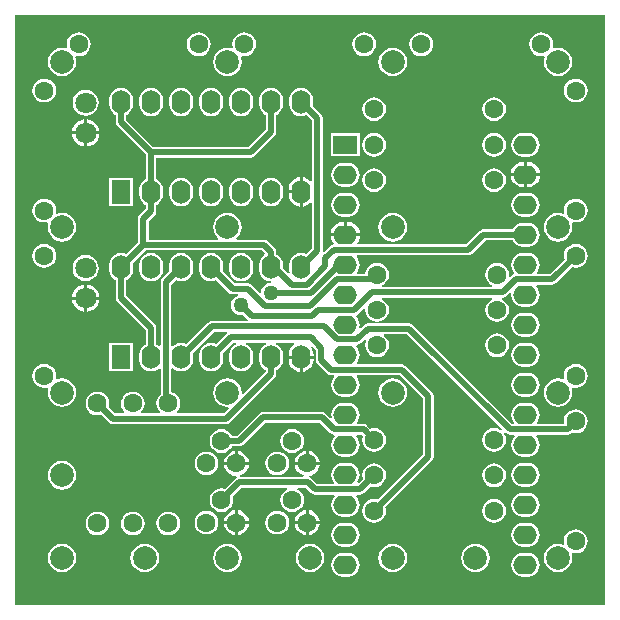
<source format=gbl>
G04 Layer_Physical_Order=2*
G04 Layer_Color=16711680*
%FSLAX25Y25*%
%MOIN*%
G70*
G01*
G75*
%ADD10C,0.01969*%
%ADD11C,0.06299*%
%ADD12C,0.07087*%
%ADD13O,0.07874X0.06299*%
%ADD14R,0.07874X0.06299*%
%ADD15C,0.07874*%
%ADD16R,0.06299X0.07874*%
%ADD17O,0.06299X0.07874*%
%ADD18C,0.05000*%
G36*
X196850Y0D02*
X0D01*
Y196850D01*
X196850D01*
Y0D01*
D02*
G37*
%LPC*%
G36*
X76457Y190979D02*
X75429Y190843D01*
X74471Y190447D01*
X73649Y189816D01*
X73018Y188993D01*
X72621Y188036D01*
X72486Y187008D01*
X72614Y186033D01*
X72391Y185750D01*
X72274Y185633D01*
X72100Y185705D01*
X70866Y185868D01*
X69633Y185705D01*
X68484Y185229D01*
X67497Y184472D01*
X66739Y183485D01*
X66263Y182336D01*
X66101Y181102D01*
X66263Y179869D01*
X66739Y178720D01*
X67497Y177733D01*
X68484Y176976D01*
X69633Y176499D01*
X70866Y176337D01*
X72100Y176499D01*
X73249Y176976D01*
X74236Y177733D01*
X74993Y178720D01*
X75469Y179869D01*
X75631Y181102D01*
X75469Y182336D01*
X75317Y182704D01*
X75677Y183140D01*
X76457Y183037D01*
X77485Y183172D01*
X78442Y183569D01*
X79265Y184200D01*
X79896Y185022D01*
X80292Y185980D01*
X80428Y187008D01*
X80292Y188036D01*
X79896Y188993D01*
X79265Y189816D01*
X78442Y190447D01*
X77485Y190843D01*
X76457Y190979D01*
D02*
G37*
G36*
X21339D02*
X20311Y190843D01*
X19353Y190447D01*
X18531Y189816D01*
X17900Y188993D01*
X17503Y188036D01*
X17368Y187008D01*
X17496Y186033D01*
X17273Y185750D01*
X17156Y185633D01*
X16981Y185705D01*
X15748Y185868D01*
X14515Y185705D01*
X13365Y185229D01*
X12378Y184472D01*
X11621Y183485D01*
X11145Y182336D01*
X10983Y181102D01*
X11145Y179869D01*
X11621Y178720D01*
X12378Y177733D01*
X13365Y176976D01*
X14515Y176499D01*
X15748Y176337D01*
X16981Y176499D01*
X18131Y176976D01*
X19117Y177733D01*
X19875Y178720D01*
X20351Y179869D01*
X20513Y181102D01*
X20351Y182336D01*
X20198Y182704D01*
X20559Y183140D01*
X21339Y183037D01*
X22366Y183172D01*
X23324Y183569D01*
X24147Y184200D01*
X24778Y185022D01*
X25174Y185980D01*
X25310Y187008D01*
X25174Y188036D01*
X24778Y188993D01*
X24147Y189816D01*
X23324Y190447D01*
X22366Y190843D01*
X21339Y190979D01*
D02*
G37*
G36*
X135512D02*
X134484Y190843D01*
X133526Y190447D01*
X132704Y189816D01*
X132073Y188993D01*
X131676Y188036D01*
X131541Y187008D01*
X131676Y185980D01*
X132073Y185022D01*
X132704Y184200D01*
X133526Y183569D01*
X134484Y183172D01*
X135512Y183037D01*
X136540Y183172D01*
X137497Y183569D01*
X138320Y184200D01*
X138951Y185022D01*
X139348Y185980D01*
X139483Y187008D01*
X139348Y188036D01*
X138951Y188993D01*
X138320Y189816D01*
X137497Y190447D01*
X136540Y190843D01*
X135512Y190979D01*
D02*
G37*
G36*
X116457D02*
X115429Y190843D01*
X114471Y190447D01*
X113649Y189816D01*
X113018Y188993D01*
X112621Y188036D01*
X112486Y187008D01*
X112621Y185980D01*
X113018Y185022D01*
X113649Y184200D01*
X114471Y183569D01*
X115429Y183172D01*
X116457Y183037D01*
X117484Y183172D01*
X118442Y183569D01*
X119265Y184200D01*
X119896Y185022D01*
X120292Y185980D01*
X120428Y187008D01*
X120292Y188036D01*
X119896Y188993D01*
X119265Y189816D01*
X118442Y190447D01*
X117484Y190843D01*
X116457Y190979D01*
D02*
G37*
G36*
X61339D02*
X60311Y190843D01*
X59353Y190447D01*
X58531Y189816D01*
X57900Y188993D01*
X57503Y188036D01*
X57368Y187008D01*
X57503Y185980D01*
X57900Y185022D01*
X58531Y184200D01*
X59353Y183569D01*
X60311Y183172D01*
X61339Y183037D01*
X62366Y183172D01*
X63324Y183569D01*
X64147Y184200D01*
X64777Y185022D01*
X65174Y185980D01*
X65310Y187008D01*
X65174Y188036D01*
X64777Y188993D01*
X64147Y189816D01*
X63324Y190447D01*
X62366Y190843D01*
X61339Y190979D01*
D02*
G37*
G36*
X175512D02*
X174484Y190843D01*
X173526Y190447D01*
X172704Y189816D01*
X172073Y188993D01*
X171676Y188036D01*
X171541Y187008D01*
X171676Y185980D01*
X172073Y185022D01*
X172704Y184200D01*
X173526Y183569D01*
X174484Y183172D01*
X175512Y183037D01*
X176291Y183140D01*
X176652Y182704D01*
X176499Y182336D01*
X176337Y181102D01*
X176499Y179869D01*
X176976Y178720D01*
X177733Y177733D01*
X178720Y176976D01*
X179869Y176499D01*
X181102Y176337D01*
X182336Y176499D01*
X183485Y176976D01*
X184472Y177733D01*
X185229Y178720D01*
X185705Y179869D01*
X185868Y181102D01*
X185705Y182336D01*
X185229Y183485D01*
X184472Y184472D01*
X183485Y185229D01*
X182336Y185705D01*
X181102Y185868D01*
X179869Y185705D01*
X179695Y185633D01*
X179578Y185750D01*
X179355Y186033D01*
X179483Y187008D01*
X179348Y188036D01*
X178951Y188993D01*
X178320Y189816D01*
X177497Y190447D01*
X176540Y190843D01*
X175512Y190979D01*
D02*
G37*
G36*
X125984Y185868D02*
X124751Y185705D01*
X123602Y185229D01*
X122615Y184472D01*
X121858Y183485D01*
X121381Y182336D01*
X121219Y181102D01*
X121381Y179869D01*
X121858Y178720D01*
X122615Y177733D01*
X123602Y176976D01*
X124751Y176499D01*
X125984Y176337D01*
X127218Y176499D01*
X128367Y176976D01*
X129354Y177733D01*
X130111Y178720D01*
X130587Y179869D01*
X130749Y181102D01*
X130587Y182336D01*
X130111Y183485D01*
X129354Y184472D01*
X128367Y185229D01*
X127218Y185705D01*
X125984Y185868D01*
D02*
G37*
G36*
X187008Y175546D02*
X185980Y175410D01*
X185022Y175014D01*
X184200Y174383D01*
X183569Y173560D01*
X183172Y172603D01*
X183037Y171575D01*
X183172Y170547D01*
X183569Y169589D01*
X184200Y168767D01*
X185022Y168136D01*
X185980Y167739D01*
X187008Y167604D01*
X188036Y167739D01*
X188993Y168136D01*
X189816Y168767D01*
X190447Y169589D01*
X190843Y170547D01*
X190979Y171575D01*
X190843Y172603D01*
X190447Y173560D01*
X189816Y174383D01*
X188993Y175014D01*
X188036Y175410D01*
X187008Y175546D01*
D02*
G37*
G36*
X9843D02*
X8815Y175410D01*
X7857Y175014D01*
X7035Y174383D01*
X6404Y173560D01*
X6007Y172603D01*
X5872Y171575D01*
X6007Y170547D01*
X6404Y169589D01*
X7035Y168767D01*
X7857Y168136D01*
X8815Y167739D01*
X9843Y167604D01*
X10870Y167739D01*
X11828Y168136D01*
X12650Y168767D01*
X13282Y169589D01*
X13678Y170547D01*
X13814Y171575D01*
X13678Y172603D01*
X13282Y173560D01*
X12650Y174383D01*
X11828Y175014D01*
X10870Y175410D01*
X9843Y175546D01*
D02*
G37*
G36*
X23622Y171848D02*
X22491Y171700D01*
X21438Y171263D01*
X20533Y170569D01*
X19839Y169664D01*
X19403Y168611D01*
X19254Y167480D01*
X19403Y166350D01*
X19839Y165296D01*
X20533Y164392D01*
X21438Y163698D01*
X22491Y163261D01*
X23622Y163112D01*
X24753Y163261D01*
X25806Y163698D01*
X26711Y164392D01*
X27405Y165296D01*
X27841Y166350D01*
X27990Y167480D01*
X27841Y168611D01*
X27405Y169664D01*
X26711Y170569D01*
X25806Y171263D01*
X24753Y171700D01*
X23622Y171848D01*
D02*
G37*
G36*
X75433Y172554D02*
X74405Y172418D01*
X73448Y172022D01*
X72625Y171391D01*
X71994Y170568D01*
X71597Y169610D01*
X71462Y168583D01*
Y167008D01*
X71597Y165980D01*
X71994Y165022D01*
X72625Y164200D01*
X73448Y163569D01*
X74405Y163172D01*
X75433Y163037D01*
X76461Y163172D01*
X77419Y163569D01*
X78241Y164200D01*
X78872Y165022D01*
X79269Y165980D01*
X79404Y167008D01*
Y168583D01*
X79269Y169610D01*
X78872Y170568D01*
X78241Y171391D01*
X77419Y172022D01*
X76461Y172418D01*
X75433Y172554D01*
D02*
G37*
G36*
X65433D02*
X64405Y172418D01*
X63448Y172022D01*
X62625Y171391D01*
X61994Y170568D01*
X61597Y169610D01*
X61462Y168583D01*
Y167008D01*
X61597Y165980D01*
X61994Y165022D01*
X62625Y164200D01*
X63448Y163569D01*
X64405Y163172D01*
X65433Y163037D01*
X66461Y163172D01*
X67419Y163569D01*
X68241Y164200D01*
X68872Y165022D01*
X69269Y165980D01*
X69404Y167008D01*
Y168583D01*
X69269Y169610D01*
X68872Y170568D01*
X68241Y171391D01*
X67419Y172022D01*
X66461Y172418D01*
X65433Y172554D01*
D02*
G37*
G36*
X55433D02*
X54405Y172418D01*
X53448Y172022D01*
X52625Y171391D01*
X51994Y170568D01*
X51597Y169610D01*
X51462Y168583D01*
Y167008D01*
X51597Y165980D01*
X51994Y165022D01*
X52625Y164200D01*
X53448Y163569D01*
X54405Y163172D01*
X55433Y163037D01*
X56461Y163172D01*
X57419Y163569D01*
X58241Y164200D01*
X58872Y165022D01*
X59269Y165980D01*
X59404Y167008D01*
Y168583D01*
X59269Y169610D01*
X58872Y170568D01*
X58241Y171391D01*
X57419Y172022D01*
X56461Y172418D01*
X55433Y172554D01*
D02*
G37*
G36*
X45433D02*
X44405Y172418D01*
X43448Y172022D01*
X42625Y171391D01*
X41994Y170568D01*
X41597Y169610D01*
X41462Y168583D01*
Y167008D01*
X41597Y165980D01*
X41994Y165022D01*
X42625Y164200D01*
X43448Y163569D01*
X44405Y163172D01*
X45433Y163037D01*
X46461Y163172D01*
X47419Y163569D01*
X48241Y164200D01*
X48872Y165022D01*
X49269Y165980D01*
X49404Y167008D01*
Y168583D01*
X49269Y169610D01*
X48872Y170568D01*
X48241Y171391D01*
X47419Y172022D01*
X46461Y172418D01*
X45433Y172554D01*
D02*
G37*
G36*
X159764Y169325D02*
X158736Y169190D01*
X157778Y168793D01*
X156956Y168162D01*
X156325Y167340D01*
X155928Y166382D01*
X155793Y165354D01*
X155928Y164327D01*
X156325Y163369D01*
X156956Y162546D01*
X157778Y161915D01*
X158736Y161519D01*
X159764Y161383D01*
X160792Y161519D01*
X161749Y161915D01*
X162572Y162546D01*
X163203Y163369D01*
X163599Y164327D01*
X163735Y165354D01*
X163599Y166382D01*
X163203Y167340D01*
X162572Y168162D01*
X161749Y168793D01*
X160792Y169190D01*
X159764Y169325D01*
D02*
G37*
G36*
X119764D02*
X118736Y169190D01*
X117778Y168793D01*
X116956Y168162D01*
X116325Y167340D01*
X115928Y166382D01*
X115793Y165354D01*
X115928Y164327D01*
X116325Y163369D01*
X116956Y162546D01*
X117778Y161915D01*
X118736Y161519D01*
X119764Y161383D01*
X120791Y161519D01*
X121749Y161915D01*
X122572Y162546D01*
X123203Y163369D01*
X123599Y164327D01*
X123735Y165354D01*
X123599Y166382D01*
X123203Y167340D01*
X122572Y168162D01*
X121749Y168793D01*
X120791Y169190D01*
X119764Y169325D01*
D02*
G37*
G36*
X24122Y161997D02*
Y157980D01*
X28139D01*
X28048Y158666D01*
X27591Y159772D01*
X26862Y160721D01*
X25913Y161449D01*
X24808Y161907D01*
X24122Y161997D01*
D02*
G37*
G36*
X23122Y161997D02*
X22436Y161907D01*
X21331Y161449D01*
X20382Y160721D01*
X19654Y159772D01*
X19196Y158666D01*
X19105Y157980D01*
X23122D01*
Y161997D01*
D02*
G37*
G36*
Y156980D02*
X19105D01*
X19196Y156294D01*
X19654Y155189D01*
X20382Y154240D01*
X21331Y153512D01*
X22436Y153054D01*
X23122Y152964D01*
Y156980D01*
D02*
G37*
G36*
X28139D02*
X24122D01*
Y152964D01*
X24808Y153054D01*
X25913Y153512D01*
X26862Y154240D01*
X27591Y155189D01*
X28048Y156294D01*
X28139Y156980D01*
D02*
G37*
G36*
X114961Y157480D02*
X105512D01*
Y149606D01*
X114961D01*
Y157480D01*
D02*
G37*
G36*
X171024Y157514D02*
X169449D01*
X168421Y157379D01*
X167463Y156982D01*
X166641Y156351D01*
X166010Y155529D01*
X165613Y154571D01*
X165478Y153543D01*
X165613Y152516D01*
X166010Y151558D01*
X166641Y150735D01*
X167463Y150104D01*
X168421Y149708D01*
X169449Y149572D01*
X171024D01*
X172051Y149708D01*
X173009Y150104D01*
X173831Y150735D01*
X174463Y151558D01*
X174859Y152516D01*
X174995Y153543D01*
X174859Y154571D01*
X174463Y155529D01*
X173831Y156351D01*
X173009Y156982D01*
X172051Y157379D01*
X171024Y157514D01*
D02*
G37*
G36*
X159764D02*
X158736Y157379D01*
X157778Y156982D01*
X156956Y156351D01*
X156325Y155529D01*
X155928Y154571D01*
X155793Y153543D01*
X155928Y152516D01*
X156325Y151558D01*
X156956Y150735D01*
X157778Y150104D01*
X158736Y149708D01*
X159764Y149572D01*
X160792Y149708D01*
X161749Y150104D01*
X162572Y150735D01*
X163203Y151558D01*
X163599Y152516D01*
X163735Y153543D01*
X163599Y154571D01*
X163203Y155529D01*
X162572Y156351D01*
X161749Y156982D01*
X160792Y157379D01*
X159764Y157514D01*
D02*
G37*
G36*
X119764D02*
X118736Y157379D01*
X117778Y156982D01*
X116956Y156351D01*
X116325Y155529D01*
X115928Y154571D01*
X115793Y153543D01*
X115928Y152516D01*
X116325Y151558D01*
X116956Y150735D01*
X117778Y150104D01*
X118736Y149708D01*
X119764Y149572D01*
X120791Y149708D01*
X121749Y150104D01*
X122572Y150735D01*
X123203Y151558D01*
X123599Y152516D01*
X123735Y153543D01*
X123599Y154571D01*
X123203Y155529D01*
X122572Y156351D01*
X121749Y156982D01*
X120791Y157379D01*
X119764Y157514D01*
D02*
G37*
G36*
X171024Y147729D02*
X170736D01*
Y144043D01*
X175143D01*
X175066Y144627D01*
X174648Y145636D01*
X173983Y146503D01*
X173116Y147168D01*
X172107Y147586D01*
X171024Y147729D01*
D02*
G37*
G36*
X169736D02*
X169449D01*
X168366Y147586D01*
X167356Y147168D01*
X166489Y146503D01*
X165824Y145636D01*
X165406Y144627D01*
X165329Y144043D01*
X169736D01*
Y147729D01*
D02*
G37*
G36*
X95433Y172554D02*
X94405Y172418D01*
X93448Y172022D01*
X92625Y171391D01*
X91994Y170568D01*
X91597Y169610D01*
X91462Y168583D01*
Y167008D01*
X91597Y165980D01*
X91994Y165022D01*
X92625Y164200D01*
X93448Y163569D01*
X94405Y163172D01*
X95433Y163037D01*
X96461Y163172D01*
X97197Y163477D01*
X98981Y161693D01*
Y141553D01*
X98508Y141392D01*
X98393Y141542D01*
X97526Y142207D01*
X96516Y142625D01*
X95933Y142702D01*
Y137795D01*
Y132888D01*
X96516Y132965D01*
X97526Y133383D01*
X98393Y134048D01*
X98508Y134198D01*
X98981Y134037D01*
Y118780D01*
X97197Y116995D01*
X96461Y117300D01*
X95433Y117436D01*
X94405Y117300D01*
X93448Y116903D01*
X92625Y116272D01*
X91994Y115450D01*
X91597Y114492D01*
X91462Y113465D01*
Y111890D01*
X91595Y110879D01*
X91567Y110844D01*
X91163Y110604D01*
X89404Y112363D01*
Y113465D01*
X89269Y114492D01*
X88872Y115450D01*
X88241Y116272D01*
X87419Y116903D01*
X87239Y116978D01*
Y117717D01*
X87102Y118408D01*
X86710Y118994D01*
X84348Y121356D01*
X83762Y121748D01*
X83071Y121885D01*
X74063D01*
X73902Y122359D01*
X74236Y122615D01*
X74993Y123602D01*
X75469Y124751D01*
X75631Y125984D01*
X75469Y127218D01*
X74993Y128367D01*
X74236Y129354D01*
X73249Y130111D01*
X72100Y130587D01*
X70866Y130749D01*
X69633Y130587D01*
X68484Y130111D01*
X67497Y129354D01*
X66739Y128367D01*
X66263Y127218D01*
X66101Y125984D01*
X66263Y124751D01*
X66739Y123602D01*
X67497Y122615D01*
X67830Y122359D01*
X67670Y121885D01*
X44641D01*
Y127913D01*
X46710Y129983D01*
X47102Y130569D01*
X47239Y131260D01*
Y133495D01*
X47419Y133569D01*
X48241Y134200D01*
X48872Y135022D01*
X49269Y135980D01*
X49404Y137008D01*
Y138583D01*
X49269Y139610D01*
X48872Y140568D01*
X48241Y141391D01*
X47419Y142022D01*
X47239Y142096D01*
Y149217D01*
X78583D01*
X79274Y149355D01*
X79860Y149746D01*
X86710Y156597D01*
X87102Y157183D01*
X87239Y157874D01*
Y163495D01*
X87419Y163569D01*
X88241Y164200D01*
X88872Y165022D01*
X89269Y165980D01*
X89404Y167008D01*
Y168583D01*
X89269Y169610D01*
X88872Y170568D01*
X88241Y171391D01*
X87419Y172022D01*
X86461Y172418D01*
X85433Y172554D01*
X84405Y172418D01*
X83448Y172022D01*
X82625Y171391D01*
X81994Y170568D01*
X81597Y169610D01*
X81462Y168583D01*
Y167008D01*
X81597Y165980D01*
X81994Y165022D01*
X82625Y164200D01*
X83448Y163569D01*
X83627Y163495D01*
Y158622D01*
X77834Y152830D01*
X46181D01*
X37239Y161772D01*
Y163495D01*
X37419Y163569D01*
X38241Y164200D01*
X38872Y165022D01*
X39269Y165980D01*
X39404Y167008D01*
Y168583D01*
X39269Y169610D01*
X38872Y170568D01*
X38241Y171391D01*
X37419Y172022D01*
X36461Y172418D01*
X35433Y172554D01*
X34405Y172418D01*
X33448Y172022D01*
X32625Y171391D01*
X31994Y170568D01*
X31597Y169610D01*
X31462Y168583D01*
Y167008D01*
X31597Y165980D01*
X31994Y165022D01*
X32625Y164200D01*
X33448Y163569D01*
X33627Y163495D01*
Y161024D01*
X33764Y160332D01*
X34156Y159746D01*
X43627Y150275D01*
Y142096D01*
X43448Y142022D01*
X42625Y141391D01*
X41994Y140568D01*
X41597Y139610D01*
X41462Y138583D01*
Y137008D01*
X41597Y135980D01*
X41994Y135022D01*
X42625Y134200D01*
X43448Y133569D01*
X43627Y133495D01*
Y132008D01*
X41557Y129939D01*
X41166Y129353D01*
X41028Y128661D01*
Y120827D01*
X37197Y116995D01*
X36461Y117300D01*
X35433Y117436D01*
X34405Y117300D01*
X33448Y116903D01*
X32625Y116272D01*
X31994Y115450D01*
X31597Y114492D01*
X31462Y113465D01*
Y111890D01*
X31597Y110862D01*
X31994Y109904D01*
X32625Y109082D01*
X33448Y108451D01*
X33627Y108377D01*
Y102362D01*
X33764Y101671D01*
X34156Y101085D01*
X43627Y91614D01*
Y86978D01*
X43448Y86904D01*
X42625Y86273D01*
X41994Y85450D01*
X41597Y84492D01*
X41462Y83465D01*
Y81890D01*
X41597Y80862D01*
X41994Y79904D01*
X42625Y79082D01*
X43448Y78451D01*
X44405Y78054D01*
X45433Y77919D01*
X46461Y78054D01*
X47418Y78451D01*
X48087Y78964D01*
X48587Y78758D01*
Y70216D01*
X48373Y70052D01*
X47742Y69230D01*
X47345Y68272D01*
X47210Y67244D01*
X47345Y66216D01*
X47742Y65259D01*
X48316Y64511D01*
X48186Y64011D01*
X42366D01*
X42235Y64511D01*
X42809Y65259D01*
X43206Y66216D01*
X43341Y67244D01*
X43206Y68272D01*
X42809Y69230D01*
X42178Y70052D01*
X41356Y70683D01*
X40398Y71080D01*
X39370Y71215D01*
X38342Y71080D01*
X37385Y70683D01*
X36562Y70052D01*
X35931Y69230D01*
X35534Y68272D01*
X35399Y67244D01*
X35534Y66216D01*
X35931Y65259D01*
X36505Y64511D01*
X36375Y64011D01*
X33347D01*
X31321Y66037D01*
X31395Y66216D01*
X31530Y67244D01*
X31395Y68272D01*
X30998Y69230D01*
X30367Y70052D01*
X29544Y70683D01*
X28587Y71080D01*
X27559Y71215D01*
X26531Y71080D01*
X25574Y70683D01*
X24751Y70052D01*
X24120Y69230D01*
X23723Y68272D01*
X23588Y67244D01*
X23723Y66216D01*
X24120Y65259D01*
X24751Y64436D01*
X25574Y63805D01*
X26531Y63408D01*
X27559Y63273D01*
X28587Y63408D01*
X28766Y63483D01*
X31321Y60927D01*
X31907Y60536D01*
X32598Y60398D01*
X70472D01*
X71164Y60536D01*
X71750Y60927D01*
X86710Y75888D01*
X87102Y76474D01*
X87239Y77165D01*
Y78377D01*
X87419Y78451D01*
X88241Y79082D01*
X88872Y79904D01*
X89269Y80862D01*
X89404Y81890D01*
Y83465D01*
X89269Y84492D01*
X88872Y85450D01*
X88241Y86273D01*
X87419Y86904D01*
X87032Y87064D01*
X87131Y87564D01*
X93032D01*
X93309Y87117D01*
X93307Y87064D01*
X92474Y86424D01*
X91808Y85557D01*
X91390Y84548D01*
X91248Y83465D01*
Y83177D01*
X95433D01*
X99619D01*
Y83465D01*
X99476Y84548D01*
X99058Y85557D01*
X98677Y86053D01*
X99054Y86384D01*
X100359Y85079D01*
Y81693D01*
X100496Y81002D01*
X100888Y80416D01*
X104038Y77266D01*
X104624Y76875D01*
X105315Y76737D01*
X106385D01*
X106553Y76237D01*
X106010Y75529D01*
X105613Y74571D01*
X105478Y73543D01*
X105613Y72515D01*
X106010Y71558D01*
X106641Y70735D01*
X107463Y70104D01*
X108421Y69708D01*
X109449Y69572D01*
X111024D01*
X112051Y69708D01*
X113009Y70104D01*
X113831Y70735D01*
X114463Y71558D01*
X114859Y72515D01*
X114995Y73543D01*
X114859Y74571D01*
X114463Y75529D01*
X113919Y76237D01*
X114087Y76737D01*
X128189D01*
X135989Y68937D01*
Y50276D01*
X120971Y35258D01*
X120791Y35332D01*
X119764Y35467D01*
X118736Y35332D01*
X117778Y34935D01*
X116956Y34304D01*
X116325Y33481D01*
X115928Y32524D01*
X115793Y31496D01*
X115928Y30468D01*
X116325Y29511D01*
X116956Y28688D01*
X117778Y28057D01*
X118736Y27660D01*
X119764Y27525D01*
X120791Y27660D01*
X121749Y28057D01*
X122572Y28688D01*
X123203Y29511D01*
X123599Y30468D01*
X123735Y31496D01*
X123599Y32524D01*
X123525Y32703D01*
X139073Y48250D01*
X139464Y48836D01*
X139602Y49528D01*
Y69685D01*
X139464Y70376D01*
X139073Y70962D01*
X130214Y79821D01*
X129628Y80212D01*
X128937Y80350D01*
X114087D01*
X113919Y80850D01*
X114463Y81558D01*
X114859Y82516D01*
X114995Y83543D01*
X114859Y84571D01*
X114463Y85529D01*
X113859Y86316D01*
X113905Y86569D01*
X113989Y86816D01*
X114213D01*
X114904Y86953D01*
X115490Y87345D01*
X116784Y88639D01*
X117208Y88356D01*
X116912Y87642D01*
X116777Y86614D01*
X116912Y85586D01*
X117309Y84629D01*
X117940Y83806D01*
X118763Y83175D01*
X119720Y82779D01*
X120748Y82643D01*
X121776Y82779D01*
X122733Y83175D01*
X123556Y83806D01*
X124187Y84629D01*
X124584Y85586D01*
X124719Y86614D01*
X124584Y87642D01*
X124187Y88600D01*
X123556Y89422D01*
X123038Y89820D01*
X123208Y90320D01*
X130748D01*
X162312Y58756D01*
X161981Y58379D01*
X161749Y58557D01*
X160792Y58954D01*
X159764Y59089D01*
X158736Y58954D01*
X157778Y58557D01*
X156956Y57926D01*
X156325Y57104D01*
X155928Y56146D01*
X155793Y55118D01*
X155928Y54090D01*
X156325Y53133D01*
X156956Y52310D01*
X157778Y51679D01*
X158736Y51282D01*
X159764Y51147D01*
X160792Y51282D01*
X161749Y51679D01*
X162572Y52310D01*
X163203Y53133D01*
X163599Y54090D01*
X163735Y55118D01*
X163599Y56146D01*
X163203Y57104D01*
X163025Y57336D01*
X163401Y57666D01*
X163723Y57345D01*
X164309Y56953D01*
X165000Y56816D01*
X166483D01*
X166567Y56569D01*
X166614Y56316D01*
X166010Y55529D01*
X165613Y54571D01*
X165478Y53543D01*
X165613Y52516D01*
X166010Y51558D01*
X166641Y50735D01*
X167463Y50104D01*
X168421Y49708D01*
X169449Y49572D01*
X171024D01*
X172051Y49708D01*
X173009Y50104D01*
X173831Y50735D01*
X174463Y51558D01*
X174859Y52516D01*
X174995Y53543D01*
X174859Y54571D01*
X174463Y55529D01*
X173859Y56316D01*
X173905Y56569D01*
X173989Y56816D01*
X184291D01*
X184983Y56953D01*
X185569Y57345D01*
X185801Y57577D01*
X185980Y57503D01*
X187008Y57368D01*
X188036Y57503D01*
X188993Y57900D01*
X189816Y58531D01*
X190447Y59353D01*
X190843Y60311D01*
X190979Y61339D01*
X190843Y62366D01*
X190447Y63324D01*
X189816Y64147D01*
X188993Y64777D01*
X188036Y65174D01*
X187008Y65310D01*
X185980Y65174D01*
X185022Y64777D01*
X184200Y64147D01*
X183569Y63324D01*
X183172Y62366D01*
X183037Y61339D01*
X183107Y60804D01*
X182778Y60428D01*
X174224D01*
X173980Y60928D01*
X174463Y61558D01*
X174859Y62515D01*
X174995Y63543D01*
X174859Y64571D01*
X174463Y65529D01*
X173831Y66351D01*
X173009Y66982D01*
X172051Y67379D01*
X171024Y67514D01*
X169449D01*
X168421Y67379D01*
X167463Y66982D01*
X166641Y66351D01*
X166010Y65529D01*
X165613Y64571D01*
X165478Y63543D01*
X165613Y62515D01*
X166010Y61558D01*
X166493Y60928D01*
X166249Y60428D01*
X165748D01*
X132773Y93403D01*
X132187Y93795D01*
X131496Y93932D01*
X117717D01*
X117025Y93795D01*
X116439Y93403D01*
X115294Y92258D01*
X114890Y92497D01*
X114862Y92533D01*
X114995Y93543D01*
X114859Y94571D01*
X114463Y95529D01*
X113873Y96298D01*
X113855Y96444D01*
X113856Y96463D01*
X113952Y96889D01*
X114399Y97187D01*
X116369Y99157D01*
X116843Y98924D01*
X116777Y98425D01*
X116912Y97397D01*
X117309Y96440D01*
X117940Y95617D01*
X118763Y94986D01*
X119720Y94590D01*
X120748Y94454D01*
X121776Y94590D01*
X122733Y94986D01*
X123556Y95617D01*
X124187Y96440D01*
X124584Y97397D01*
X124719Y98425D01*
X124584Y99453D01*
X124187Y100411D01*
X123556Y101233D01*
X122733Y101864D01*
X122347Y102024D01*
X122446Y102524D01*
X159050D01*
X159149Y102024D01*
X158763Y101864D01*
X157940Y101233D01*
X157309Y100411D01*
X156912Y99453D01*
X156777Y98425D01*
X156912Y97397D01*
X157309Y96440D01*
X157940Y95617D01*
X158763Y94986D01*
X159720Y94590D01*
X160748Y94454D01*
X161776Y94590D01*
X162733Y94986D01*
X163556Y95617D01*
X164187Y96440D01*
X164584Y97397D01*
X164719Y98425D01*
X164584Y99453D01*
X164187Y100411D01*
X163556Y101233D01*
X162733Y101864D01*
X162347Y102024D01*
X162446Y102524D01*
X162598D01*
X163290Y102662D01*
X163876Y103053D01*
X165066Y104243D01*
X165539Y104010D01*
X165478Y103543D01*
X165613Y102516D01*
X166010Y101558D01*
X166641Y100735D01*
X167463Y100104D01*
X168421Y99708D01*
X169449Y99572D01*
X171024D01*
X172051Y99708D01*
X173009Y100104D01*
X173831Y100735D01*
X174463Y101558D01*
X174859Y102516D01*
X174995Y103543D01*
X174859Y104571D01*
X174463Y105529D01*
X173859Y106316D01*
X173905Y106569D01*
X173989Y106816D01*
X179173D01*
X179865Y106953D01*
X180450Y107345D01*
X185801Y112695D01*
X185980Y112621D01*
X187008Y112486D01*
X188036Y112621D01*
X188993Y113018D01*
X189816Y113649D01*
X190447Y114471D01*
X190843Y115429D01*
X190979Y116457D01*
X190843Y117484D01*
X190447Y118442D01*
X189816Y119265D01*
X188993Y119896D01*
X188036Y120292D01*
X187008Y120428D01*
X185980Y120292D01*
X185022Y119896D01*
X184200Y119265D01*
X183569Y118442D01*
X183172Y117484D01*
X183037Y116457D01*
X183172Y115429D01*
X183246Y115250D01*
X178425Y110428D01*
X174224D01*
X173980Y110928D01*
X174463Y111558D01*
X174859Y112516D01*
X174995Y113543D01*
X174859Y114571D01*
X174463Y115529D01*
X173831Y116351D01*
X173009Y116982D01*
X172051Y117379D01*
X171024Y117514D01*
X169449D01*
X168421Y117379D01*
X167463Y116982D01*
X166641Y116351D01*
X166010Y115529D01*
X165613Y114571D01*
X165478Y113543D01*
X165613Y112516D01*
X166010Y111558D01*
X166518Y110896D01*
X166390Y110423D01*
X166331Y110349D01*
X166238Y110330D01*
X165652Y109939D01*
X165113Y109400D01*
X164640Y109634D01*
X164719Y110236D01*
X164584Y111264D01*
X164187Y112222D01*
X163556Y113044D01*
X162733Y113675D01*
X161776Y114072D01*
X160748Y114207D01*
X159720Y114072D01*
X158763Y113675D01*
X157940Y113044D01*
X157309Y112222D01*
X156912Y111264D01*
X156777Y110236D01*
X156912Y109209D01*
X157309Y108251D01*
X157940Y107428D01*
X158763Y106797D01*
X159149Y106637D01*
X159050Y106137D01*
X122446D01*
X122347Y106637D01*
X122733Y106797D01*
X123556Y107428D01*
X124187Y108251D01*
X124584Y109209D01*
X124719Y110236D01*
X124584Y111264D01*
X124187Y112222D01*
X123556Y113044D01*
X122733Y113675D01*
X121776Y114072D01*
X120748Y114207D01*
X119720Y114072D01*
X118763Y113675D01*
X117940Y113044D01*
X117309Y112222D01*
X116912Y111264D01*
X116802Y110428D01*
X114224D01*
X113980Y110928D01*
X114463Y111558D01*
X114859Y112516D01*
X114995Y113543D01*
X114859Y114571D01*
X114463Y115529D01*
X113949Y116198D01*
X114155Y116698D01*
X151181D01*
X151872Y116835D01*
X152458Y117227D01*
X156969Y121737D01*
X165936D01*
X166010Y121558D01*
X166641Y120735D01*
X167463Y120104D01*
X168421Y119708D01*
X169449Y119572D01*
X171024D01*
X172051Y119708D01*
X173009Y120104D01*
X173831Y120735D01*
X174463Y121558D01*
X174859Y122516D01*
X174995Y123543D01*
X174859Y124571D01*
X174463Y125529D01*
X173831Y126351D01*
X173009Y126982D01*
X172051Y127379D01*
X171024Y127514D01*
X169449D01*
X168421Y127379D01*
X167463Y126982D01*
X166641Y126351D01*
X166010Y125529D01*
X165936Y125350D01*
X156220D01*
X155529Y125212D01*
X154943Y124821D01*
X150433Y120310D01*
X114403D01*
X114157Y120810D01*
X114648Y121451D01*
X115066Y122460D01*
X115143Y123043D01*
X110236D01*
X105329D01*
X105406Y122460D01*
X105824Y121451D01*
X106316Y120810D01*
X106312Y120704D01*
X106106Y120272D01*
X105608Y120173D01*
X105022Y119781D01*
X103062Y117821D01*
X102659Y118002D01*
X102594Y118060D01*
Y162441D01*
X102456Y163132D01*
X102065Y163718D01*
X99331Y166452D01*
X99404Y167008D01*
Y168583D01*
X99269Y169610D01*
X98872Y170568D01*
X98241Y171391D01*
X97419Y172022D01*
X96461Y172418D01*
X95433Y172554D01*
D02*
G37*
G36*
X111024Y147514D02*
X109449D01*
X108421Y147379D01*
X107463Y146982D01*
X106641Y146351D01*
X106010Y145529D01*
X105613Y144571D01*
X105478Y143543D01*
X105613Y142516D01*
X106010Y141558D01*
X106641Y140735D01*
X107463Y140104D01*
X108421Y139708D01*
X109449Y139572D01*
X111024D01*
X112051Y139708D01*
X113009Y140104D01*
X113831Y140735D01*
X114463Y141558D01*
X114859Y142516D01*
X114995Y143543D01*
X114859Y144571D01*
X114463Y145529D01*
X113831Y146351D01*
X113009Y146982D01*
X112051Y147379D01*
X111024Y147514D01*
D02*
G37*
G36*
X175143Y143043D02*
X170736D01*
Y139358D01*
X171024D01*
X172107Y139500D01*
X173116Y139919D01*
X173983Y140584D01*
X174648Y141451D01*
X175066Y142460D01*
X175143Y143043D01*
D02*
G37*
G36*
X169736D02*
X165329D01*
X165406Y142460D01*
X165824Y141451D01*
X166489Y140584D01*
X167356Y139919D01*
X168366Y139500D01*
X169449Y139358D01*
X169736D01*
Y143043D01*
D02*
G37*
G36*
X94933Y142702D02*
X94350Y142625D01*
X93340Y142207D01*
X92474Y141542D01*
X91808Y140675D01*
X91390Y139666D01*
X91248Y138583D01*
Y138295D01*
X94933D01*
Y142702D01*
D02*
G37*
G36*
X159764Y145703D02*
X158736Y145568D01*
X157778Y145171D01*
X156956Y144540D01*
X156325Y143718D01*
X155928Y142760D01*
X155793Y141732D01*
X155928Y140705D01*
X156325Y139747D01*
X156956Y138924D01*
X157778Y138293D01*
X158736Y137897D01*
X159764Y137761D01*
X160792Y137897D01*
X161749Y138293D01*
X162572Y138924D01*
X163203Y139747D01*
X163599Y140705D01*
X163735Y141732D01*
X163599Y142760D01*
X163203Y143718D01*
X162572Y144540D01*
X161749Y145171D01*
X160792Y145568D01*
X159764Y145703D01*
D02*
G37*
G36*
X119764D02*
X118736Y145568D01*
X117778Y145171D01*
X116956Y144540D01*
X116325Y143718D01*
X115928Y142760D01*
X115793Y141732D01*
X115928Y140705D01*
X116325Y139747D01*
X116956Y138924D01*
X117778Y138293D01*
X118736Y137897D01*
X119764Y137761D01*
X120791Y137897D01*
X121749Y138293D01*
X122572Y138924D01*
X123203Y139747D01*
X123599Y140705D01*
X123735Y141732D01*
X123599Y142760D01*
X123203Y143718D01*
X122572Y144540D01*
X121749Y145171D01*
X120791Y145568D01*
X119764Y145703D01*
D02*
G37*
G36*
X39370Y142520D02*
X31496D01*
Y133071D01*
X39370D01*
Y142520D01*
D02*
G37*
G36*
X85433Y142554D02*
X84405Y142418D01*
X83448Y142022D01*
X82625Y141391D01*
X81994Y140568D01*
X81597Y139610D01*
X81462Y138583D01*
Y137008D01*
X81597Y135980D01*
X81994Y135022D01*
X82625Y134200D01*
X83448Y133569D01*
X84405Y133172D01*
X85433Y133037D01*
X86461Y133172D01*
X87419Y133569D01*
X88241Y134200D01*
X88872Y135022D01*
X89269Y135980D01*
X89404Y137008D01*
Y138583D01*
X89269Y139610D01*
X88872Y140568D01*
X88241Y141391D01*
X87419Y142022D01*
X86461Y142418D01*
X85433Y142554D01*
D02*
G37*
G36*
X75433D02*
X74405Y142418D01*
X73448Y142022D01*
X72625Y141391D01*
X71994Y140568D01*
X71597Y139610D01*
X71462Y138583D01*
Y137008D01*
X71597Y135980D01*
X71994Y135022D01*
X72625Y134200D01*
X73448Y133569D01*
X74405Y133172D01*
X75433Y133037D01*
X76461Y133172D01*
X77419Y133569D01*
X78241Y134200D01*
X78872Y135022D01*
X79269Y135980D01*
X79404Y137008D01*
Y138583D01*
X79269Y139610D01*
X78872Y140568D01*
X78241Y141391D01*
X77419Y142022D01*
X76461Y142418D01*
X75433Y142554D01*
D02*
G37*
G36*
X65433D02*
X64405Y142418D01*
X63448Y142022D01*
X62625Y141391D01*
X61994Y140568D01*
X61597Y139610D01*
X61462Y138583D01*
Y137008D01*
X61597Y135980D01*
X61994Y135022D01*
X62625Y134200D01*
X63448Y133569D01*
X64405Y133172D01*
X65433Y133037D01*
X66461Y133172D01*
X67419Y133569D01*
X68241Y134200D01*
X68872Y135022D01*
X69269Y135980D01*
X69404Y137008D01*
Y138583D01*
X69269Y139610D01*
X68872Y140568D01*
X68241Y141391D01*
X67419Y142022D01*
X66461Y142418D01*
X65433Y142554D01*
D02*
G37*
G36*
X55433D02*
X54405Y142418D01*
X53448Y142022D01*
X52625Y141391D01*
X51994Y140568D01*
X51597Y139610D01*
X51462Y138583D01*
Y137008D01*
X51597Y135980D01*
X51994Y135022D01*
X52625Y134200D01*
X53448Y133569D01*
X54405Y133172D01*
X55433Y133037D01*
X56461Y133172D01*
X57419Y133569D01*
X58241Y134200D01*
X58872Y135022D01*
X59269Y135980D01*
X59404Y137008D01*
Y138583D01*
X59269Y139610D01*
X58872Y140568D01*
X58241Y141391D01*
X57419Y142022D01*
X56461Y142418D01*
X55433Y142554D01*
D02*
G37*
G36*
X94933Y137295D02*
X91248D01*
Y137008D01*
X91390Y135925D01*
X91808Y134915D01*
X92474Y134048D01*
X93340Y133383D01*
X94350Y132965D01*
X94933Y132888D01*
Y137295D01*
D02*
G37*
G36*
X187008Y135546D02*
X185980Y135410D01*
X185022Y135014D01*
X184200Y134383D01*
X183569Y133560D01*
X183172Y132603D01*
X183037Y131575D01*
X183140Y130795D01*
X182704Y130435D01*
X182336Y130587D01*
X181102Y130749D01*
X179869Y130587D01*
X178720Y130111D01*
X177733Y129354D01*
X176976Y128367D01*
X176499Y127218D01*
X176337Y125984D01*
X176499Y124751D01*
X176976Y123602D01*
X177733Y122615D01*
X178720Y121858D01*
X179869Y121381D01*
X181102Y121219D01*
X182336Y121381D01*
X183485Y121858D01*
X184472Y122615D01*
X185229Y123602D01*
X185705Y124751D01*
X185868Y125984D01*
X185705Y127218D01*
X185633Y127392D01*
X185750Y127509D01*
X186033Y127732D01*
X187008Y127604D01*
X188036Y127739D01*
X188993Y128136D01*
X189816Y128767D01*
X190447Y129589D01*
X190843Y130547D01*
X190979Y131575D01*
X190843Y132603D01*
X190447Y133560D01*
X189816Y134383D01*
X188993Y135014D01*
X188036Y135410D01*
X187008Y135546D01*
D02*
G37*
G36*
X171024Y137514D02*
X169449D01*
X168421Y137379D01*
X167463Y136982D01*
X166641Y136351D01*
X166010Y135529D01*
X165613Y134571D01*
X165478Y133543D01*
X165613Y132516D01*
X166010Y131558D01*
X166641Y130735D01*
X167463Y130104D01*
X168421Y129708D01*
X169449Y129572D01*
X171024D01*
X172051Y129708D01*
X173009Y130104D01*
X173831Y130735D01*
X174463Y131558D01*
X174859Y132516D01*
X174995Y133543D01*
X174859Y134571D01*
X174463Y135529D01*
X173831Y136351D01*
X173009Y136982D01*
X172051Y137379D01*
X171024Y137514D01*
D02*
G37*
G36*
X111024D02*
X109449D01*
X108421Y137379D01*
X107463Y136982D01*
X106641Y136351D01*
X106010Y135529D01*
X105613Y134571D01*
X105478Y133543D01*
X105613Y132516D01*
X106010Y131558D01*
X106641Y130735D01*
X107463Y130104D01*
X108421Y129708D01*
X109449Y129572D01*
X111024D01*
X112051Y129708D01*
X113009Y130104D01*
X113831Y130735D01*
X114463Y131558D01*
X114859Y132516D01*
X114995Y133543D01*
X114859Y134571D01*
X114463Y135529D01*
X113831Y136351D01*
X113009Y136982D01*
X112051Y137379D01*
X111024Y137514D01*
D02*
G37*
G36*
Y127729D02*
X110736D01*
Y124043D01*
X115143D01*
X115066Y124627D01*
X114648Y125636D01*
X113983Y126503D01*
X113116Y127168D01*
X112107Y127586D01*
X111024Y127729D01*
D02*
G37*
G36*
X109736D02*
X109449D01*
X108366Y127586D01*
X107356Y127168D01*
X106489Y126503D01*
X105824Y125636D01*
X105406Y124627D01*
X105329Y124043D01*
X109736D01*
Y127729D01*
D02*
G37*
G36*
X125984Y130749D02*
X124751Y130587D01*
X123602Y130111D01*
X122615Y129354D01*
X121858Y128367D01*
X121381Y127218D01*
X121219Y125984D01*
X121381Y124751D01*
X121858Y123602D01*
X122615Y122615D01*
X123602Y121858D01*
X124751Y121381D01*
X125984Y121219D01*
X127218Y121381D01*
X128367Y121858D01*
X129354Y122615D01*
X130111Y123602D01*
X130587Y124751D01*
X130749Y125984D01*
X130587Y127218D01*
X130111Y128367D01*
X129354Y129354D01*
X128367Y130111D01*
X127218Y130587D01*
X125984Y130749D01*
D02*
G37*
G36*
X9843Y135546D02*
X8815Y135410D01*
X7857Y135014D01*
X7035Y134383D01*
X6404Y133560D01*
X6007Y132603D01*
X5872Y131575D01*
X6007Y130547D01*
X6404Y129589D01*
X7035Y128767D01*
X7857Y128136D01*
X8815Y127739D01*
X9843Y127604D01*
X10817Y127732D01*
X11101Y127509D01*
X11217Y127392D01*
X11145Y127218D01*
X10983Y125984D01*
X11145Y124751D01*
X11621Y123602D01*
X12378Y122615D01*
X13365Y121858D01*
X14515Y121381D01*
X15748Y121219D01*
X16981Y121381D01*
X18131Y121858D01*
X19117Y122615D01*
X19875Y123602D01*
X20351Y124751D01*
X20513Y125984D01*
X20351Y127218D01*
X19875Y128367D01*
X19117Y129354D01*
X18131Y130111D01*
X16981Y130587D01*
X15748Y130749D01*
X14515Y130587D01*
X14147Y130435D01*
X13711Y130795D01*
X13814Y131575D01*
X13678Y132603D01*
X13282Y133560D01*
X12650Y134383D01*
X11828Y135014D01*
X10870Y135410D01*
X9843Y135546D01*
D02*
G37*
G36*
Y120428D02*
X8815Y120292D01*
X7857Y119896D01*
X7035Y119265D01*
X6404Y118442D01*
X6007Y117484D01*
X5872Y116457D01*
X6007Y115429D01*
X6404Y114471D01*
X7035Y113649D01*
X7857Y113018D01*
X8815Y112621D01*
X9843Y112486D01*
X10870Y112621D01*
X11828Y113018D01*
X12650Y113649D01*
X13282Y114471D01*
X13678Y115429D01*
X13814Y116457D01*
X13678Y117484D01*
X13282Y118442D01*
X12650Y119265D01*
X11828Y119896D01*
X10870Y120292D01*
X9843Y120428D01*
D02*
G37*
G36*
X23622Y116730D02*
X22491Y116581D01*
X21438Y116145D01*
X20533Y115451D01*
X19839Y114546D01*
X19403Y113493D01*
X19254Y112362D01*
X19403Y111232D01*
X19839Y110178D01*
X20533Y109274D01*
X21438Y108579D01*
X22491Y108143D01*
X23622Y107994D01*
X24753Y108143D01*
X25806Y108579D01*
X26711Y109274D01*
X27405Y110178D01*
X27841Y111232D01*
X27990Y112362D01*
X27841Y113493D01*
X27405Y114546D01*
X26711Y115451D01*
X25806Y116145D01*
X24753Y116581D01*
X23622Y116730D01*
D02*
G37*
G36*
X24122Y106879D02*
Y102862D01*
X28139D01*
X28048Y103548D01*
X27591Y104653D01*
X26862Y105603D01*
X25913Y106331D01*
X24808Y106789D01*
X24122Y106879D01*
D02*
G37*
G36*
X23122D02*
X22436Y106789D01*
X21331Y106331D01*
X20382Y105603D01*
X19654Y104653D01*
X19196Y103548D01*
X19105Y102862D01*
X23122D01*
Y106879D01*
D02*
G37*
G36*
X28139Y101862D02*
X24122D01*
Y97846D01*
X24808Y97936D01*
X25913Y98394D01*
X26862Y99122D01*
X27591Y100071D01*
X28048Y101176D01*
X28139Y101862D01*
D02*
G37*
G36*
X23122D02*
X19105D01*
X19196Y101176D01*
X19654Y100071D01*
X20382Y99122D01*
X21331Y98394D01*
X22436Y97936D01*
X23122Y97846D01*
Y101862D01*
D02*
G37*
G36*
X171024Y97514D02*
X169449D01*
X168421Y97379D01*
X167463Y96982D01*
X166641Y96351D01*
X166010Y95529D01*
X165613Y94571D01*
X165478Y93543D01*
X165613Y92515D01*
X166010Y91558D01*
X166641Y90735D01*
X167463Y90104D01*
X168421Y89708D01*
X169449Y89572D01*
X171024D01*
X172051Y89708D01*
X173009Y90104D01*
X173831Y90735D01*
X174463Y91558D01*
X174859Y92515D01*
X174995Y93543D01*
X174859Y94571D01*
X174463Y95529D01*
X173831Y96351D01*
X173009Y96982D01*
X172051Y97379D01*
X171024Y97514D01*
D02*
G37*
G36*
X160748Y90585D02*
X159720Y90450D01*
X158763Y90053D01*
X157940Y89422D01*
X157309Y88600D01*
X156912Y87642D01*
X156777Y86614D01*
X156912Y85586D01*
X157309Y84629D01*
X157940Y83806D01*
X158763Y83175D01*
X159720Y82779D01*
X160748Y82643D01*
X161776Y82779D01*
X162733Y83175D01*
X163556Y83806D01*
X164187Y84629D01*
X164584Y85586D01*
X164719Y86614D01*
X164584Y87642D01*
X164187Y88600D01*
X163556Y89422D01*
X162733Y90053D01*
X161776Y90450D01*
X160748Y90585D01*
D02*
G37*
G36*
X171024Y87514D02*
X169449D01*
X168421Y87379D01*
X167463Y86982D01*
X166641Y86351D01*
X166010Y85529D01*
X165613Y84571D01*
X165478Y83543D01*
X165613Y82516D01*
X166010Y81558D01*
X166641Y80735D01*
X167463Y80104D01*
X168421Y79708D01*
X169449Y79572D01*
X171024D01*
X172051Y79708D01*
X173009Y80104D01*
X173831Y80735D01*
X174463Y81558D01*
X174859Y82516D01*
X174995Y83543D01*
X174859Y84571D01*
X174463Y85529D01*
X173831Y86351D01*
X173009Y86982D01*
X172051Y87379D01*
X171024Y87514D01*
D02*
G37*
G36*
X39370Y87402D02*
X31496D01*
Y77953D01*
X39370D01*
Y87402D01*
D02*
G37*
G36*
X94933Y82177D02*
X91248D01*
Y81890D01*
X91390Y80806D01*
X91808Y79797D01*
X92474Y78930D01*
X93340Y78265D01*
X94350Y77847D01*
X94933Y77770D01*
Y82177D01*
D02*
G37*
G36*
X99619D02*
X95933D01*
Y77770D01*
X96516Y77847D01*
X97526Y78265D01*
X98393Y78930D01*
X99058Y79797D01*
X99476Y80806D01*
X99619Y81890D01*
Y82177D01*
D02*
G37*
G36*
X187008Y80428D02*
X185980Y80292D01*
X185022Y79896D01*
X184200Y79265D01*
X183569Y78442D01*
X183172Y77485D01*
X183037Y76457D01*
X183140Y75677D01*
X182704Y75317D01*
X182336Y75469D01*
X181102Y75631D01*
X179869Y75469D01*
X178720Y74993D01*
X177733Y74236D01*
X176976Y73249D01*
X176499Y72100D01*
X176337Y70866D01*
X176499Y69633D01*
X176976Y68484D01*
X177733Y67497D01*
X178720Y66739D01*
X179869Y66263D01*
X181102Y66101D01*
X182336Y66263D01*
X183485Y66739D01*
X184472Y67497D01*
X185229Y68484D01*
X185705Y69633D01*
X185868Y70866D01*
X185705Y72100D01*
X185633Y72274D01*
X185750Y72391D01*
X186033Y72614D01*
X187008Y72486D01*
X188036Y72621D01*
X188993Y73018D01*
X189816Y73649D01*
X190447Y74471D01*
X190843Y75429D01*
X190979Y76457D01*
X190843Y77485D01*
X190447Y78442D01*
X189816Y79265D01*
X188993Y79896D01*
X188036Y80292D01*
X187008Y80428D01*
D02*
G37*
G36*
X171024Y77514D02*
X169449D01*
X168421Y77379D01*
X167463Y76982D01*
X166641Y76351D01*
X166010Y75529D01*
X165613Y74571D01*
X165478Y73543D01*
X165613Y72515D01*
X166010Y71558D01*
X166641Y70735D01*
X167463Y70104D01*
X168421Y69708D01*
X169449Y69572D01*
X171024D01*
X172051Y69708D01*
X173009Y70104D01*
X173831Y70735D01*
X174463Y71558D01*
X174859Y72515D01*
X174995Y73543D01*
X174859Y74571D01*
X174463Y75529D01*
X173831Y76351D01*
X173009Y76982D01*
X172051Y77379D01*
X171024Y77514D01*
D02*
G37*
G36*
X125984Y75631D02*
X124751Y75469D01*
X123602Y74993D01*
X122615Y74236D01*
X121858Y73249D01*
X121381Y72100D01*
X121219Y70866D01*
X121381Y69633D01*
X121858Y68484D01*
X122615Y67497D01*
X123602Y66739D01*
X124751Y66263D01*
X125984Y66101D01*
X127218Y66263D01*
X128367Y66739D01*
X129354Y67497D01*
X130111Y68484D01*
X130587Y69633D01*
X130749Y70866D01*
X130587Y72100D01*
X130111Y73249D01*
X129354Y74236D01*
X128367Y74993D01*
X127218Y75469D01*
X125984Y75631D01*
D02*
G37*
G36*
X9843Y80428D02*
X8815Y80292D01*
X7857Y79896D01*
X7035Y79265D01*
X6404Y78442D01*
X6007Y77485D01*
X5872Y76457D01*
X6007Y75429D01*
X6404Y74471D01*
X7035Y73649D01*
X7857Y73018D01*
X8815Y72621D01*
X9843Y72486D01*
X10817Y72614D01*
X11101Y72391D01*
X11217Y72274D01*
X11145Y72100D01*
X10983Y70866D01*
X11145Y69633D01*
X11621Y68484D01*
X12378Y67497D01*
X13365Y66739D01*
X14515Y66263D01*
X15748Y66101D01*
X16981Y66263D01*
X18131Y66739D01*
X19117Y67497D01*
X19875Y68484D01*
X20351Y69633D01*
X20513Y70866D01*
X20351Y72100D01*
X19875Y73249D01*
X19117Y74236D01*
X18131Y74993D01*
X16981Y75469D01*
X15748Y75631D01*
X14515Y75469D01*
X14147Y75317D01*
X13711Y75677D01*
X13814Y76457D01*
X13678Y77485D01*
X13282Y78442D01*
X12650Y79265D01*
X11828Y79896D01*
X10870Y80292D01*
X9843Y80428D01*
D02*
G37*
G36*
X111024Y67514D02*
X109449D01*
X108421Y67379D01*
X107463Y66982D01*
X106641Y66351D01*
X106010Y65529D01*
X105613Y64571D01*
X105478Y63543D01*
X105599Y62623D01*
X105316Y62418D01*
X105151Y62364D01*
X103639Y63876D01*
X103053Y64267D01*
X102362Y64405D01*
X82677D01*
X81986Y64267D01*
X81400Y63876D01*
X74075Y56551D01*
X72411D01*
X72337Y56730D01*
X71706Y57552D01*
X70883Y58183D01*
X69925Y58580D01*
X68898Y58715D01*
X67870Y58580D01*
X66912Y58183D01*
X66090Y57552D01*
X65459Y56730D01*
X65062Y55772D01*
X64927Y54744D01*
X65062Y53716D01*
X65459Y52759D01*
X66090Y51936D01*
X66912Y51305D01*
X67870Y50908D01*
X68898Y50773D01*
X69925Y50908D01*
X70883Y51305D01*
X71706Y51936D01*
X72337Y52759D01*
X72411Y52938D01*
X74823D01*
X75514Y53075D01*
X76100Y53467D01*
X83425Y60792D01*
X101614D01*
X105061Y57345D01*
X105647Y56953D01*
X106339Y56816D01*
X106483D01*
X106567Y56569D01*
X106614Y56316D01*
X106010Y55529D01*
X105613Y54571D01*
X105478Y53543D01*
X105613Y52516D01*
X106010Y51558D01*
X106641Y50735D01*
X107463Y50104D01*
X108421Y49708D01*
X109449Y49572D01*
X111024D01*
X112051Y49708D01*
X113009Y50104D01*
X113831Y50735D01*
X114463Y51558D01*
X114859Y52516D01*
X114995Y53543D01*
X114859Y54571D01*
X114463Y55529D01*
X113859Y56316D01*
X113905Y56569D01*
X113989Y56816D01*
X115512D01*
X116002Y56325D01*
X115928Y56146D01*
X115793Y55118D01*
X115928Y54090D01*
X116325Y53133D01*
X116956Y52310D01*
X117778Y51679D01*
X118736Y51282D01*
X119764Y51147D01*
X120791Y51282D01*
X121749Y51679D01*
X122572Y52310D01*
X123203Y53133D01*
X123599Y54090D01*
X123735Y55118D01*
X123599Y56146D01*
X123203Y57104D01*
X122572Y57926D01*
X121749Y58557D01*
X120791Y58954D01*
X119764Y59089D01*
X118736Y58954D01*
X118557Y58880D01*
X117537Y59899D01*
X116951Y60291D01*
X116260Y60428D01*
X114224D01*
X113980Y60928D01*
X114463Y61558D01*
X114859Y62515D01*
X114995Y63543D01*
X114859Y64571D01*
X114463Y65529D01*
X113831Y66351D01*
X113009Y66982D01*
X112051Y67379D01*
X111024Y67514D01*
D02*
G37*
G36*
X92520Y58715D02*
X91492Y58580D01*
X90534Y58183D01*
X89712Y57552D01*
X89081Y56730D01*
X88684Y55772D01*
X88549Y54744D01*
X88684Y53716D01*
X89081Y52759D01*
X89712Y51936D01*
X90534Y51305D01*
X91492Y50908D01*
X92520Y50773D01*
X93547Y50908D01*
X94505Y51305D01*
X95328Y51936D01*
X95959Y52759D01*
X96355Y53716D01*
X96491Y54744D01*
X96355Y55772D01*
X95959Y56730D01*
X95328Y57552D01*
X94505Y58183D01*
X93547Y58580D01*
X92520Y58715D01*
D02*
G37*
G36*
X74398Y51364D02*
Y47744D01*
X78017D01*
X77940Y48327D01*
X77522Y49337D01*
X76857Y50204D01*
X75990Y50869D01*
X74981Y51287D01*
X74398Y51364D01*
D02*
G37*
G36*
X73398Y51364D02*
X72814Y51287D01*
X71805Y50869D01*
X70938Y50204D01*
X70273Y49337D01*
X69855Y48327D01*
X69778Y47744D01*
X73398D01*
Y51364D01*
D02*
G37*
G36*
X98020D02*
Y47744D01*
X101639D01*
X101562Y48327D01*
X101144Y49337D01*
X100479Y50204D01*
X99612Y50869D01*
X98603Y51287D01*
X98020Y51364D01*
D02*
G37*
G36*
X97020Y51364D02*
X96436Y51287D01*
X95427Y50869D01*
X94560Y50204D01*
X93895Y49337D01*
X93477Y48327D01*
X93400Y47744D01*
X97020D01*
Y51364D01*
D02*
G37*
G36*
X87520Y51215D02*
X86492Y51080D01*
X85534Y50683D01*
X84712Y50052D01*
X84081Y49230D01*
X83684Y48272D01*
X83549Y47244D01*
X83684Y46216D01*
X84081Y45259D01*
X84712Y44436D01*
X85534Y43805D01*
X86492Y43408D01*
X87520Y43273D01*
X88547Y43408D01*
X89505Y43805D01*
X90328Y44436D01*
X90959Y45259D01*
X91355Y46216D01*
X91491Y47244D01*
X91355Y48272D01*
X90959Y49230D01*
X90328Y50052D01*
X89505Y50683D01*
X88547Y51080D01*
X87520Y51215D01*
D02*
G37*
G36*
X63898D02*
X62870Y51080D01*
X61912Y50683D01*
X61090Y50052D01*
X60459Y49230D01*
X60062Y48272D01*
X59927Y47244D01*
X60062Y46216D01*
X60459Y45259D01*
X61090Y44436D01*
X61912Y43805D01*
X62870Y43408D01*
X63898Y43273D01*
X64925Y43408D01*
X65883Y43805D01*
X66706Y44436D01*
X67337Y45259D01*
X67733Y46216D01*
X67869Y47244D01*
X67733Y48272D01*
X67337Y49230D01*
X66706Y50052D01*
X65883Y50683D01*
X64925Y51080D01*
X63898Y51215D01*
D02*
G37*
G36*
X111024Y47514D02*
X109449D01*
X108421Y47379D01*
X107463Y46982D01*
X106641Y46351D01*
X106010Y45529D01*
X105613Y44571D01*
X105478Y43543D01*
X105613Y42516D01*
X106010Y41558D01*
X106523Y40889D01*
X106317Y40389D01*
X100748D01*
X98915Y42222D01*
X98329Y42614D01*
X98186Y42642D01*
X98203Y43149D01*
X98603Y43201D01*
X99612Y43619D01*
X100479Y44285D01*
X101144Y45151D01*
X101562Y46161D01*
X101639Y46744D01*
X97520D01*
X93400D01*
X93477Y46161D01*
X93895Y45151D01*
X94560Y44285D01*
X95427Y43619D01*
X96316Y43251D01*
X96216Y42751D01*
X75201D01*
X75102Y43251D01*
X75990Y43619D01*
X76857Y44285D01*
X77522Y45151D01*
X77940Y46161D01*
X78017Y46744D01*
X73898D01*
X69778D01*
X69855Y46161D01*
X70273Y45151D01*
X70938Y44285D01*
X71805Y43619D01*
X72814Y43201D01*
X73898Y43059D01*
X74031Y42586D01*
X74029Y42572D01*
X73506Y42222D01*
X70104Y38820D01*
X69925Y38895D01*
X68898Y39030D01*
X67870Y38895D01*
X66912Y38498D01*
X66090Y37867D01*
X65459Y37045D01*
X65062Y36087D01*
X64927Y35059D01*
X65062Y34031D01*
X65459Y33074D01*
X66090Y32251D01*
X66912Y31620D01*
X67870Y31223D01*
X68898Y31088D01*
X69925Y31223D01*
X70883Y31620D01*
X71706Y32251D01*
X72337Y33074D01*
X72733Y34031D01*
X72869Y35059D01*
X72733Y36087D01*
X72659Y36266D01*
X75532Y39138D01*
X90774D01*
X90873Y38638D01*
X90534Y38498D01*
X89712Y37867D01*
X89081Y37045D01*
X88684Y36087D01*
X88549Y35059D01*
X88684Y34031D01*
X89081Y33074D01*
X89712Y32251D01*
X90534Y31620D01*
X91492Y31223D01*
X92520Y31088D01*
X93547Y31223D01*
X94505Y31620D01*
X95328Y32251D01*
X95959Y33074D01*
X96355Y34031D01*
X96491Y35059D01*
X96355Y36087D01*
X95959Y37045D01*
X95328Y37867D01*
X94505Y38498D01*
X94166Y38638D01*
X94265Y39138D01*
X96890D01*
X98723Y37305D01*
X99309Y36914D01*
X100000Y36776D01*
X106453D01*
X106583Y36276D01*
X106010Y35529D01*
X105613Y34571D01*
X105478Y33543D01*
X105613Y32516D01*
X106010Y31558D01*
X106641Y30735D01*
X107463Y30104D01*
X108421Y29708D01*
X109449Y29572D01*
X111024D01*
X112051Y29708D01*
X113009Y30104D01*
X113831Y30735D01*
X114463Y31558D01*
X114859Y32516D01*
X114995Y33543D01*
X114859Y34571D01*
X114463Y35529D01*
X113889Y36276D01*
X114019Y36776D01*
X115039D01*
X115731Y36914D01*
X116317Y37305D01*
X118557Y39546D01*
X118736Y39471D01*
X119764Y39336D01*
X120791Y39471D01*
X121749Y39868D01*
X122572Y40499D01*
X123203Y41322D01*
X123599Y42279D01*
X123735Y43307D01*
X123599Y44335D01*
X123203Y45293D01*
X122572Y46115D01*
X121749Y46746D01*
X120791Y47143D01*
X119764Y47278D01*
X118736Y47143D01*
X117778Y46746D01*
X116956Y46115D01*
X116325Y45293D01*
X115928Y44335D01*
X115793Y43307D01*
X115928Y42279D01*
X116002Y42100D01*
X114578Y40676D01*
X114438Y40704D01*
X114230Y41255D01*
X114463Y41558D01*
X114859Y42516D01*
X114995Y43543D01*
X114859Y44571D01*
X114463Y45529D01*
X113831Y46351D01*
X113009Y46982D01*
X112051Y47379D01*
X111024Y47514D01*
D02*
G37*
G36*
X171024D02*
X169449D01*
X168421Y47379D01*
X167463Y46982D01*
X166641Y46351D01*
X166010Y45529D01*
X165613Y44571D01*
X165478Y43543D01*
X165613Y42516D01*
X166010Y41558D01*
X166641Y40735D01*
X167463Y40104D01*
X168421Y39708D01*
X169449Y39572D01*
X171024D01*
X172051Y39708D01*
X173009Y40104D01*
X173831Y40735D01*
X174463Y41558D01*
X174859Y42516D01*
X174995Y43543D01*
X174859Y44571D01*
X174463Y45529D01*
X173831Y46351D01*
X173009Y46982D01*
X172051Y47379D01*
X171024Y47514D01*
D02*
G37*
G36*
X159764Y47278D02*
X158736Y47143D01*
X157778Y46746D01*
X156956Y46115D01*
X156325Y45293D01*
X155928Y44335D01*
X155793Y43307D01*
X155928Y42279D01*
X156325Y41322D01*
X156956Y40499D01*
X157778Y39868D01*
X158736Y39471D01*
X159764Y39336D01*
X160792Y39471D01*
X161749Y39868D01*
X162572Y40499D01*
X163203Y41322D01*
X163599Y42279D01*
X163735Y43307D01*
X163599Y44335D01*
X163203Y45293D01*
X162572Y46115D01*
X161749Y46746D01*
X160792Y47143D01*
X159764Y47278D01*
D02*
G37*
G36*
X15748Y48072D02*
X14515Y47910D01*
X13365Y47434D01*
X12378Y46677D01*
X11621Y45690D01*
X11145Y44540D01*
X10983Y43307D01*
X11145Y42074D01*
X11621Y40925D01*
X12378Y39938D01*
X13365Y39180D01*
X14515Y38704D01*
X15748Y38542D01*
X16981Y38704D01*
X18131Y39180D01*
X19117Y39938D01*
X19875Y40925D01*
X20351Y42074D01*
X20513Y43307D01*
X20351Y44540D01*
X19875Y45690D01*
X19117Y46677D01*
X18131Y47434D01*
X16981Y47910D01*
X15748Y48072D01*
D02*
G37*
G36*
X171024Y37514D02*
X169449D01*
X168421Y37379D01*
X167463Y36982D01*
X166641Y36351D01*
X166010Y35529D01*
X165613Y34571D01*
X165478Y33543D01*
X165613Y32516D01*
X166010Y31558D01*
X166641Y30735D01*
X167463Y30104D01*
X168421Y29708D01*
X169449Y29572D01*
X171024D01*
X172051Y29708D01*
X173009Y30104D01*
X173831Y30735D01*
X174463Y31558D01*
X174859Y32516D01*
X174995Y33543D01*
X174859Y34571D01*
X174463Y35529D01*
X173831Y36351D01*
X173009Y36982D01*
X172051Y37379D01*
X171024Y37514D01*
D02*
G37*
G36*
X74398Y31679D02*
Y28059D01*
X78017D01*
X77940Y28642D01*
X77522Y29652D01*
X76857Y30519D01*
X75990Y31184D01*
X74981Y31602D01*
X74398Y31679D01*
D02*
G37*
G36*
X73398Y31679D02*
X72814Y31602D01*
X71805Y31184D01*
X70938Y30519D01*
X70273Y29652D01*
X69855Y28642D01*
X69778Y28059D01*
X73398D01*
Y31679D01*
D02*
G37*
G36*
X98020Y31679D02*
Y28059D01*
X101639D01*
X101562Y28642D01*
X101144Y29652D01*
X100479Y30519D01*
X99612Y31184D01*
X98603Y31602D01*
X98020Y31679D01*
D02*
G37*
G36*
X97020D02*
X96436Y31602D01*
X95427Y31184D01*
X94560Y30519D01*
X93895Y29652D01*
X93477Y28642D01*
X93400Y28059D01*
X97020D01*
Y31679D01*
D02*
G37*
G36*
X159764Y35467D02*
X158736Y35332D01*
X157778Y34935D01*
X156956Y34304D01*
X156325Y33481D01*
X155928Y32524D01*
X155793Y31496D01*
X155928Y30468D01*
X156325Y29511D01*
X156956Y28688D01*
X157778Y28057D01*
X158736Y27660D01*
X159764Y27525D01*
X160792Y27660D01*
X161749Y28057D01*
X162572Y28688D01*
X163203Y29511D01*
X163599Y30468D01*
X163735Y31496D01*
X163599Y32524D01*
X163203Y33481D01*
X162572Y34304D01*
X161749Y34935D01*
X160792Y35332D01*
X159764Y35467D01*
D02*
G37*
G36*
X87520Y31530D02*
X86492Y31395D01*
X85534Y30998D01*
X84712Y30367D01*
X84081Y29544D01*
X83684Y28587D01*
X83549Y27559D01*
X83684Y26531D01*
X84081Y25574D01*
X84712Y24751D01*
X85534Y24120D01*
X86492Y23723D01*
X87520Y23588D01*
X88547Y23723D01*
X89505Y24120D01*
X90328Y24751D01*
X90959Y25574D01*
X91355Y26531D01*
X91491Y27559D01*
X91355Y28587D01*
X90959Y29544D01*
X90328Y30367D01*
X89505Y30998D01*
X88547Y31395D01*
X87520Y31530D01*
D02*
G37*
G36*
X63898D02*
X62870Y31395D01*
X61912Y30998D01*
X61090Y30367D01*
X60459Y29544D01*
X60062Y28587D01*
X59927Y27559D01*
X60062Y26531D01*
X60459Y25574D01*
X61090Y24751D01*
X61912Y24120D01*
X62870Y23723D01*
X63898Y23588D01*
X64925Y23723D01*
X65883Y24120D01*
X66706Y24751D01*
X67337Y25574D01*
X67733Y26531D01*
X67869Y27559D01*
X67733Y28587D01*
X67337Y29544D01*
X66706Y30367D01*
X65883Y30998D01*
X64925Y31395D01*
X63898Y31530D01*
D02*
G37*
G36*
X73398Y27059D02*
X69778D01*
X69855Y26476D01*
X70273Y25466D01*
X70938Y24600D01*
X71805Y23934D01*
X72814Y23516D01*
X73398Y23439D01*
Y27059D01*
D02*
G37*
G36*
X101639Y27059D02*
X98020D01*
Y23439D01*
X98603Y23516D01*
X99612Y23934D01*
X100479Y24600D01*
X101144Y25466D01*
X101562Y26476D01*
X101639Y27059D01*
D02*
G37*
G36*
X97020D02*
X93400D01*
X93477Y26476D01*
X93895Y25466D01*
X94560Y24600D01*
X95427Y23934D01*
X96436Y23516D01*
X97020Y23439D01*
Y27059D01*
D02*
G37*
G36*
X78017Y27059D02*
X74398D01*
Y23439D01*
X74981Y23516D01*
X75990Y23934D01*
X76857Y24600D01*
X77522Y25466D01*
X77940Y26476D01*
X78017Y27059D01*
D02*
G37*
G36*
X51181Y31215D02*
X50153Y31080D01*
X49196Y30683D01*
X48373Y30052D01*
X47742Y29230D01*
X47345Y28272D01*
X47210Y27244D01*
X47345Y26216D01*
X47742Y25259D01*
X48373Y24436D01*
X49196Y23805D01*
X50153Y23408D01*
X51181Y23273D01*
X52209Y23408D01*
X53167Y23805D01*
X53989Y24436D01*
X54620Y25259D01*
X55017Y26216D01*
X55152Y27244D01*
X55017Y28272D01*
X54620Y29230D01*
X53989Y30052D01*
X53167Y30683D01*
X52209Y31080D01*
X51181Y31215D01*
D02*
G37*
G36*
X39370D02*
X38342Y31080D01*
X37385Y30683D01*
X36562Y30052D01*
X35931Y29230D01*
X35534Y28272D01*
X35399Y27244D01*
X35534Y26216D01*
X35931Y25259D01*
X36562Y24436D01*
X37385Y23805D01*
X38342Y23408D01*
X39370Y23273D01*
X40398Y23408D01*
X41356Y23805D01*
X42178Y24436D01*
X42809Y25259D01*
X43206Y26216D01*
X43341Y27244D01*
X43206Y28272D01*
X42809Y29230D01*
X42178Y30052D01*
X41356Y30683D01*
X40398Y31080D01*
X39370Y31215D01*
D02*
G37*
G36*
X27559D02*
X26531Y31080D01*
X25574Y30683D01*
X24751Y30052D01*
X24120Y29230D01*
X23723Y28272D01*
X23588Y27244D01*
X23723Y26216D01*
X24120Y25259D01*
X24751Y24436D01*
X25574Y23805D01*
X26531Y23408D01*
X27559Y23273D01*
X28587Y23408D01*
X29544Y23805D01*
X30367Y24436D01*
X30998Y25259D01*
X31395Y26216D01*
X31530Y27244D01*
X31395Y28272D01*
X30998Y29230D01*
X30367Y30052D01*
X29544Y30683D01*
X28587Y31080D01*
X27559Y31215D01*
D02*
G37*
G36*
X187008Y25310D02*
X185980Y25174D01*
X185022Y24778D01*
X184200Y24147D01*
X183569Y23324D01*
X183172Y22366D01*
X183037Y21339D01*
X183140Y20559D01*
X182704Y20198D01*
X182336Y20351D01*
X181102Y20513D01*
X179869Y20351D01*
X178720Y19875D01*
X177733Y19117D01*
X176976Y18131D01*
X176499Y16981D01*
X176337Y15748D01*
X176499Y14515D01*
X176976Y13365D01*
X177733Y12378D01*
X178720Y11621D01*
X179869Y11145D01*
X181102Y10983D01*
X182336Y11145D01*
X183485Y11621D01*
X184472Y12378D01*
X185229Y13365D01*
X185705Y14515D01*
X185868Y15748D01*
X185705Y16981D01*
X185633Y17156D01*
X185750Y17273D01*
X186033Y17496D01*
X187008Y17368D01*
X188036Y17503D01*
X188993Y17900D01*
X189816Y18531D01*
X190447Y19353D01*
X190843Y20311D01*
X190979Y21339D01*
X190843Y22366D01*
X190447Y23324D01*
X189816Y24147D01*
X188993Y24778D01*
X188036Y25174D01*
X187008Y25310D01*
D02*
G37*
G36*
X171024Y27514D02*
X169449D01*
X168421Y27379D01*
X167463Y26982D01*
X166641Y26351D01*
X166010Y25529D01*
X165613Y24571D01*
X165478Y23543D01*
X165613Y22515D01*
X166010Y21558D01*
X166641Y20735D01*
X167463Y20104D01*
X168421Y19708D01*
X169449Y19572D01*
X171024D01*
X172051Y19708D01*
X173009Y20104D01*
X173831Y20735D01*
X174463Y21558D01*
X174859Y22515D01*
X174995Y23543D01*
X174859Y24571D01*
X174463Y25529D01*
X173831Y26351D01*
X173009Y26982D01*
X172051Y27379D01*
X171024Y27514D01*
D02*
G37*
G36*
X111024D02*
X109449D01*
X108421Y27379D01*
X107463Y26982D01*
X106641Y26351D01*
X106010Y25529D01*
X105613Y24571D01*
X105478Y23543D01*
X105613Y22515D01*
X106010Y21558D01*
X106641Y20735D01*
X107463Y20104D01*
X108421Y19708D01*
X109449Y19572D01*
X111024D01*
X112051Y19708D01*
X113009Y20104D01*
X113831Y20735D01*
X114463Y21558D01*
X114859Y22515D01*
X114995Y23543D01*
X114859Y24571D01*
X114463Y25529D01*
X113831Y26351D01*
X113009Y26982D01*
X112051Y27379D01*
X111024Y27514D01*
D02*
G37*
G36*
X153543Y20513D02*
X152310Y20351D01*
X151161Y19875D01*
X150174Y19117D01*
X149416Y18131D01*
X148941Y16981D01*
X148778Y15748D01*
X148941Y14515D01*
X149416Y13365D01*
X150174Y12378D01*
X151161Y11621D01*
X152310Y11145D01*
X153543Y10983D01*
X154777Y11145D01*
X155926Y11621D01*
X156913Y12378D01*
X157670Y13365D01*
X158146Y14515D01*
X158308Y15748D01*
X158146Y16981D01*
X157670Y18131D01*
X156913Y19117D01*
X155926Y19875D01*
X154777Y20351D01*
X153543Y20513D01*
D02*
G37*
G36*
X125984D02*
X124751Y20351D01*
X123602Y19875D01*
X122615Y19117D01*
X121858Y18131D01*
X121381Y16981D01*
X121219Y15748D01*
X121381Y14515D01*
X121858Y13365D01*
X122615Y12378D01*
X123602Y11621D01*
X124751Y11145D01*
X125984Y10983D01*
X127218Y11145D01*
X128367Y11621D01*
X129354Y12378D01*
X130111Y13365D01*
X130587Y14515D01*
X130749Y15748D01*
X130587Y16981D01*
X130111Y18131D01*
X129354Y19117D01*
X128367Y19875D01*
X127218Y20351D01*
X125984Y20513D01*
D02*
G37*
G36*
X98425D02*
X97192Y20351D01*
X96043Y19875D01*
X95056Y19117D01*
X94298Y18131D01*
X93822Y16981D01*
X93660Y15748D01*
X93822Y14515D01*
X94298Y13365D01*
X95056Y12378D01*
X96043Y11621D01*
X97192Y11145D01*
X98425Y10983D01*
X99659Y11145D01*
X100808Y11621D01*
X101795Y12378D01*
X102552Y13365D01*
X103028Y14515D01*
X103190Y15748D01*
X103028Y16981D01*
X102552Y18131D01*
X101795Y19117D01*
X100808Y19875D01*
X99659Y20351D01*
X98425Y20513D01*
D02*
G37*
G36*
X70866D02*
X69633Y20351D01*
X68484Y19875D01*
X67497Y19117D01*
X66739Y18131D01*
X66263Y16981D01*
X66101Y15748D01*
X66263Y14515D01*
X66739Y13365D01*
X67497Y12378D01*
X68484Y11621D01*
X69633Y11145D01*
X70866Y10983D01*
X72100Y11145D01*
X73249Y11621D01*
X74236Y12378D01*
X74993Y13365D01*
X75469Y14515D01*
X75631Y15748D01*
X75469Y16981D01*
X74993Y18131D01*
X74236Y19117D01*
X73249Y19875D01*
X72100Y20351D01*
X70866Y20513D01*
D02*
G37*
G36*
X43307D02*
X42074Y20351D01*
X40925Y19875D01*
X39938Y19117D01*
X39180Y18131D01*
X38704Y16981D01*
X38542Y15748D01*
X38704Y14515D01*
X39180Y13365D01*
X39938Y12378D01*
X40925Y11621D01*
X42074Y11145D01*
X43307Y10983D01*
X44540Y11145D01*
X45690Y11621D01*
X46677Y12378D01*
X47434Y13365D01*
X47910Y14515D01*
X48072Y15748D01*
X47910Y16981D01*
X47434Y18131D01*
X46677Y19117D01*
X45690Y19875D01*
X44540Y20351D01*
X43307Y20513D01*
D02*
G37*
G36*
X15748D02*
X14515Y20351D01*
X13365Y19875D01*
X12378Y19117D01*
X11621Y18131D01*
X11145Y16981D01*
X10983Y15748D01*
X11145Y14515D01*
X11621Y13365D01*
X12378Y12378D01*
X13365Y11621D01*
X14515Y11145D01*
X15748Y10983D01*
X16981Y11145D01*
X18131Y11621D01*
X19117Y12378D01*
X19875Y13365D01*
X20351Y14515D01*
X20513Y15748D01*
X20351Y16981D01*
X19875Y18131D01*
X19117Y19117D01*
X18131Y19875D01*
X16981Y20351D01*
X15748Y20513D01*
D02*
G37*
G36*
X171024Y17514D02*
X169449D01*
X168421Y17379D01*
X167463Y16982D01*
X166641Y16351D01*
X166010Y15529D01*
X165613Y14571D01*
X165478Y13543D01*
X165613Y12516D01*
X166010Y11558D01*
X166641Y10735D01*
X167463Y10104D01*
X168421Y9708D01*
X169449Y9572D01*
X171024D01*
X172051Y9708D01*
X173009Y10104D01*
X173831Y10735D01*
X174463Y11558D01*
X174859Y12516D01*
X174995Y13543D01*
X174859Y14571D01*
X174463Y15529D01*
X173831Y16351D01*
X173009Y16982D01*
X172051Y17379D01*
X171024Y17514D01*
D02*
G37*
G36*
X111024D02*
X109449D01*
X108421Y17379D01*
X107463Y16982D01*
X106641Y16351D01*
X106010Y15529D01*
X105613Y14571D01*
X105478Y13543D01*
X105613Y12516D01*
X106010Y11558D01*
X106641Y10735D01*
X107463Y10104D01*
X108421Y9708D01*
X109449Y9572D01*
X111024D01*
X112051Y9708D01*
X113009Y10104D01*
X113831Y10735D01*
X114463Y11558D01*
X114859Y12516D01*
X114995Y13543D01*
X114859Y14571D01*
X114463Y15529D01*
X113831Y16351D01*
X113009Y16982D01*
X112051Y17379D01*
X111024Y17514D01*
D02*
G37*
%LPD*%
G36*
X83263Y117332D02*
X83185Y116702D01*
X82625Y116272D01*
X81994Y115450D01*
X81597Y114492D01*
X81462Y113465D01*
Y111890D01*
X81597Y110862D01*
X81994Y109904D01*
X82625Y109082D01*
X83448Y108451D01*
X84405Y108054D01*
X85299Y107936D01*
Y107432D01*
X84575Y107337D01*
X83775Y107005D01*
X83088Y106479D01*
X82561Y105792D01*
X82230Y104992D01*
X82150Y104380D01*
X81622Y104200D01*
X79033Y106789D01*
X78447Y107181D01*
X77756Y107318D01*
X73347D01*
X69331Y111334D01*
X69404Y111890D01*
Y113465D01*
X69269Y114492D01*
X68872Y115450D01*
X68241Y116272D01*
X67419Y116903D01*
X66461Y117300D01*
X65433Y117436D01*
X64405Y117300D01*
X63448Y116903D01*
X62625Y116272D01*
X61994Y115450D01*
X61597Y114492D01*
X61462Y113465D01*
Y111890D01*
X61597Y110862D01*
X61994Y109904D01*
X62625Y109082D01*
X63448Y108451D01*
X64405Y108054D01*
X65433Y107919D01*
X66461Y108054D01*
X67197Y108359D01*
X71321Y104235D01*
X71907Y103843D01*
X72598Y103705D01*
X74523D01*
X74556Y103205D01*
X74536Y103203D01*
X73736Y102872D01*
X73049Y102345D01*
X72522Y101658D01*
X72191Y100858D01*
X72078Y100000D01*
X72191Y99142D01*
X72522Y98342D01*
X73049Y97655D01*
X73736Y97128D01*
X74536Y96797D01*
X75394Y96684D01*
X76066Y96773D01*
X77619Y95220D01*
X77600Y95050D01*
X77448Y94720D01*
X65669D01*
X64978Y94582D01*
X64392Y94191D01*
X57197Y86995D01*
X56461Y87300D01*
X55433Y87436D01*
X54405Y87300D01*
X53448Y86904D01*
X52700Y86330D01*
X52200Y86460D01*
Y106890D01*
X53669Y108359D01*
X54405Y108054D01*
X55433Y107919D01*
X56461Y108054D01*
X57419Y108451D01*
X58241Y109082D01*
X58872Y109904D01*
X59269Y110862D01*
X59404Y111890D01*
Y113465D01*
X59269Y114492D01*
X58872Y115450D01*
X58241Y116272D01*
X57419Y116903D01*
X56461Y117300D01*
X55433Y117436D01*
X54405Y117300D01*
X53448Y116903D01*
X52625Y116272D01*
X51994Y115450D01*
X51597Y114492D01*
X51462Y113465D01*
Y111890D01*
X51535Y111334D01*
X49116Y108915D01*
X48725Y108329D01*
X48587Y107638D01*
Y86596D01*
X48087Y86390D01*
X47418Y86904D01*
X47239Y86978D01*
Y92362D01*
X47102Y93054D01*
X46710Y93639D01*
X37239Y103110D01*
Y108377D01*
X37418Y108451D01*
X38241Y109082D01*
X38872Y109904D01*
X39269Y110862D01*
X39404Y111890D01*
Y113465D01*
X39331Y114020D01*
X43583Y118272D01*
X82323D01*
X83263Y117332D01*
D02*
G37*
G36*
X70789Y90777D02*
X70808Y90607D01*
X67197Y86995D01*
X66461Y87300D01*
X65433Y87436D01*
X64405Y87300D01*
X63448Y86904D01*
X62625Y86273D01*
X61994Y85450D01*
X61597Y84492D01*
X61462Y83465D01*
Y81890D01*
X61597Y80862D01*
X61994Y79904D01*
X62625Y79082D01*
X63448Y78451D01*
X64405Y78054D01*
X65433Y77919D01*
X66461Y78054D01*
X67419Y78451D01*
X68241Y79082D01*
X68872Y79904D01*
X69269Y80862D01*
X69404Y81890D01*
Y83465D01*
X69331Y84020D01*
X72874Y87564D01*
X73735D01*
X73834Y87064D01*
X73448Y86904D01*
X72625Y86273D01*
X71994Y85450D01*
X71597Y84492D01*
X71462Y83465D01*
Y81890D01*
X71597Y80862D01*
X71994Y79904D01*
X72625Y79082D01*
X73448Y78451D01*
X74405Y78054D01*
X75433Y77919D01*
X76461Y78054D01*
X77419Y78451D01*
X78241Y79082D01*
X78872Y79904D01*
X79269Y80862D01*
X79404Y81890D01*
Y83465D01*
X79269Y84492D01*
X78872Y85450D01*
X78241Y86273D01*
X77419Y86904D01*
X77032Y87064D01*
X77131Y87564D01*
X83735D01*
X83834Y87064D01*
X83448Y86904D01*
X82625Y86273D01*
X81994Y85450D01*
X81597Y84492D01*
X81462Y83465D01*
Y81890D01*
X81597Y80862D01*
X81994Y79904D01*
X82625Y79082D01*
X83448Y78451D01*
X83627Y78377D01*
Y77914D01*
X76038Y70324D01*
X75589Y70546D01*
X75631Y70866D01*
X75469Y72100D01*
X74993Y73249D01*
X74236Y74236D01*
X73249Y74993D01*
X72100Y75469D01*
X70866Y75631D01*
X69633Y75469D01*
X68484Y74993D01*
X67497Y74236D01*
X66739Y73249D01*
X66263Y72100D01*
X66101Y70866D01*
X66263Y69633D01*
X66739Y68484D01*
X67497Y67497D01*
X68484Y66739D01*
X69633Y66263D01*
X70866Y66101D01*
X71187Y66143D01*
X71408Y65695D01*
X69724Y64011D01*
X54177D01*
X54046Y64511D01*
X54620Y65259D01*
X55017Y66216D01*
X55152Y67244D01*
X55017Y68272D01*
X54620Y69230D01*
X53989Y70052D01*
X53167Y70683D01*
X52209Y71080D01*
X52200Y71081D01*
Y78894D01*
X52700Y79024D01*
X53448Y78451D01*
X54405Y78054D01*
X55433Y77919D01*
X56461Y78054D01*
X57419Y78451D01*
X58241Y79082D01*
X58872Y79904D01*
X59269Y80862D01*
X59404Y81890D01*
Y83465D01*
X59331Y84020D01*
X66417Y91107D01*
X70637D01*
X70789Y90777D01*
D02*
G37*
%LPC*%
G36*
X75433Y117436D02*
X74405Y117300D01*
X73448Y116903D01*
X72625Y116272D01*
X71994Y115450D01*
X71597Y114492D01*
X71462Y113465D01*
Y111890D01*
X71597Y110862D01*
X71994Y109904D01*
X72625Y109082D01*
X73448Y108451D01*
X74405Y108054D01*
X75433Y107919D01*
X76461Y108054D01*
X77419Y108451D01*
X78241Y109082D01*
X78872Y109904D01*
X79269Y110862D01*
X79404Y111890D01*
Y113465D01*
X79269Y114492D01*
X78872Y115450D01*
X78241Y116272D01*
X77419Y116903D01*
X76461Y117300D01*
X75433Y117436D01*
D02*
G37*
G36*
X45433D02*
X44405Y117300D01*
X43448Y116903D01*
X42625Y116272D01*
X41994Y115450D01*
X41597Y114492D01*
X41462Y113465D01*
Y111890D01*
X41597Y110862D01*
X41994Y109904D01*
X42625Y109082D01*
X43448Y108451D01*
X44405Y108054D01*
X45433Y107919D01*
X46461Y108054D01*
X47418Y108451D01*
X48241Y109082D01*
X48872Y109904D01*
X49269Y110862D01*
X49404Y111890D01*
Y113465D01*
X49269Y114492D01*
X48872Y115450D01*
X48241Y116272D01*
X47418Y116903D01*
X46461Y117300D01*
X45433Y117436D01*
D02*
G37*
%LPD*%
D10*
X103119Y92913D02*
X107410Y88622D01*
X114213D02*
X117717Y92126D01*
X107410Y88622D02*
X114213D01*
X68898Y54744D02*
X74823D01*
X82677Y62598D01*
X102362D01*
X106339Y58622D01*
X116260D02*
X119764Y55118D01*
X106339Y58622D02*
X116260D01*
X179173Y108622D02*
X187008Y116457D01*
X167410Y108622D02*
X179173D01*
X166929Y108661D02*
X167371D01*
X167410Y108622D01*
X162598Y104331D02*
X166929Y108661D01*
X65433Y112677D02*
X72598Y105512D01*
X77756D01*
X83406Y99862D01*
X75394Y100000D02*
X78937Y96457D01*
X98976D01*
X65433Y82677D02*
X72126Y89370D01*
X98622D01*
X102165Y85827D01*
X55433Y82677D02*
X65669Y92913D01*
X103119D01*
X98976Y96457D02*
X100984Y98465D01*
X113122D02*
X118988Y104331D01*
X100984Y98465D02*
X113122D01*
X98484Y99862D02*
X107283Y108661D01*
X107371D01*
X107410Y108622D01*
X118150D01*
X83406Y99862D02*
X98484D01*
X85433Y104134D02*
X98622D01*
X108031Y113543D01*
X92323Y106890D02*
X97393D01*
X103543Y113040D01*
Y115748D01*
X108031Y113543D02*
X110236D01*
X86535Y112677D02*
X92323Y106890D01*
X85433Y112677D02*
X86535D01*
X128937Y78543D02*
X137795Y69685D01*
X105315Y78543D02*
X128937D01*
X102165Y81693D02*
X105315Y78543D01*
X102165Y81693D02*
Y85827D01*
X184291Y58622D02*
X187008Y61339D01*
X156220Y123543D02*
X170236D01*
X151181Y118504D02*
X156220Y123543D01*
X106299Y118504D02*
X151181D01*
X103543Y115748D02*
X106299Y118504D01*
X42835Y120079D02*
Y128661D01*
X45433Y131260D01*
Y137795D01*
X35433Y112677D02*
X42835Y120079D01*
X83071D01*
X85433Y117717D01*
Y112677D02*
Y117717D01*
Y157874D02*
Y167795D01*
X78583Y151024D02*
X85433Y157874D01*
X45433Y151024D02*
X78583D01*
X45433Y82677D02*
Y92362D01*
X35433Y102362D02*
X45433Y92362D01*
X35433Y102362D02*
Y112677D01*
X32598Y62205D02*
X70472D01*
X85433Y77165D01*
Y82677D01*
X27559Y67244D02*
X32598Y62205D01*
X45433Y137795D02*
Y151024D01*
X35433Y161024D02*
X45433Y151024D01*
X35433Y161024D02*
Y167795D01*
X119764Y31496D02*
X137795Y49528D01*
Y69685D01*
X50394Y68032D02*
X51181Y67244D01*
X50394Y68032D02*
Y107638D01*
X55433Y112677D01*
X118988Y104331D02*
X162598D01*
X118150Y108622D02*
X119764Y110236D01*
X95433Y167795D02*
X100787Y162441D01*
Y118032D02*
Y162441D01*
X95433Y112677D02*
X100787Y118032D01*
X68898Y35059D02*
X74783Y40945D01*
X97638D01*
X100000Y38583D01*
X115039D01*
X119764Y43307D01*
X117717Y92126D02*
X131496D01*
X165000Y58622D02*
X184291D01*
X131496Y92126D02*
X165000Y58622D01*
D11*
X120748Y98425D02*
D03*
X160748D02*
D03*
X120748Y86614D02*
D03*
X160748D02*
D03*
X119764Y55118D02*
D03*
X159764D02*
D03*
X119764Y43307D02*
D03*
X159764D02*
D03*
X61339Y187008D02*
D03*
X21339D02*
D03*
X116457D02*
D03*
X76457D02*
D03*
X119764Y165354D02*
D03*
X159764D02*
D03*
X135512Y187008D02*
D03*
X175512D02*
D03*
X9843Y171575D02*
D03*
Y131575D02*
D03*
X119764Y141732D02*
D03*
X159764D02*
D03*
X119764Y153543D02*
D03*
X159764D02*
D03*
X187008Y171575D02*
D03*
Y131575D02*
D03*
X9843Y116457D02*
D03*
Y76457D02*
D03*
X51181Y67244D02*
D03*
Y27244D02*
D03*
X120748Y110236D02*
D03*
X160748D02*
D03*
X187008Y116457D02*
D03*
Y76457D02*
D03*
X27559Y67244D02*
D03*
Y27244D02*
D03*
X39370Y67244D02*
D03*
Y27244D02*
D03*
X119764Y31496D02*
D03*
X159764D02*
D03*
X187008Y61339D02*
D03*
Y21339D02*
D03*
X87520Y47244D02*
D03*
X92520Y54744D02*
D03*
X97520Y47244D02*
D03*
X87520Y27559D02*
D03*
X92520Y35059D02*
D03*
X97520Y27559D02*
D03*
X63898Y47244D02*
D03*
X68898Y54744D02*
D03*
X73898Y47244D02*
D03*
X63898Y27559D02*
D03*
X68898Y35059D02*
D03*
X73898Y27559D02*
D03*
D12*
X23622Y102362D02*
D03*
Y112362D02*
D03*
Y157480D02*
D03*
Y167480D02*
D03*
D13*
X170236Y153543D02*
D03*
Y143543D02*
D03*
Y133543D02*
D03*
Y123543D02*
D03*
Y113543D02*
D03*
Y103543D02*
D03*
Y93543D02*
D03*
Y83543D02*
D03*
Y73543D02*
D03*
Y63543D02*
D03*
Y53543D02*
D03*
Y43543D02*
D03*
Y33543D02*
D03*
Y23543D02*
D03*
Y13543D02*
D03*
X110236D02*
D03*
Y23543D02*
D03*
Y33543D02*
D03*
Y43543D02*
D03*
Y53543D02*
D03*
Y63543D02*
D03*
Y73543D02*
D03*
Y83543D02*
D03*
Y93543D02*
D03*
Y103543D02*
D03*
Y113543D02*
D03*
Y123543D02*
D03*
Y133543D02*
D03*
Y143543D02*
D03*
D14*
Y153543D02*
D03*
D15*
X181102Y15748D02*
D03*
X125984D02*
D03*
X70866D02*
D03*
X15748D02*
D03*
X181102Y70866D02*
D03*
X125984D02*
D03*
X70866D02*
D03*
X15748D02*
D03*
X181102Y125984D02*
D03*
X125984D02*
D03*
X70866D02*
D03*
X15748D02*
D03*
X181102Y181102D02*
D03*
X125984D02*
D03*
X70866D02*
D03*
X15748D02*
D03*
Y43307D02*
D03*
X153543Y15748D02*
D03*
X98425D02*
D03*
X43307D02*
D03*
D16*
X35433Y82677D02*
D03*
Y137795D02*
D03*
D17*
X45433Y82677D02*
D03*
X55433D02*
D03*
X65433D02*
D03*
X75433D02*
D03*
X85433D02*
D03*
X95433D02*
D03*
X75433Y112677D02*
D03*
X65433D02*
D03*
X55433D02*
D03*
X45433D02*
D03*
X35433D02*
D03*
X95433D02*
D03*
X85433D02*
D03*
X45433Y137795D02*
D03*
X55433D02*
D03*
X65433D02*
D03*
X75433D02*
D03*
X85433D02*
D03*
X95433D02*
D03*
X75433Y167795D02*
D03*
X65433D02*
D03*
X55433D02*
D03*
X45433D02*
D03*
X35433D02*
D03*
X95433D02*
D03*
X85433D02*
D03*
D18*
Y104134D02*
D03*
X75394Y100000D02*
D03*
M02*

</source>
